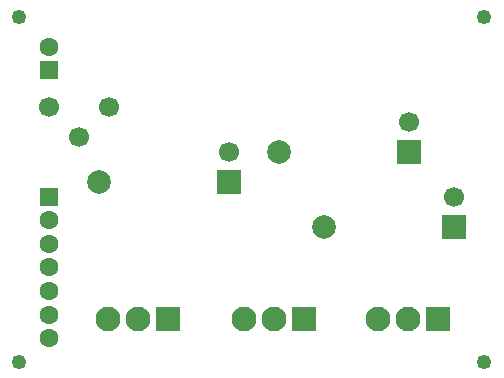
<source format=gts>
G04 DipTrace 3.2.0.1*
G04 TopMask.gts*
%MOIN*%
G04 #@! TF.FileFunction,Soldermask,Top*
G04 #@! TF.Part,Single*
%ADD24C,0.049213*%
%ADD29C,0.066929*%
%ADD31C,0.082677*%
%ADD33R,0.082677X0.082677*%
%ADD35C,0.07874*%
%ADD36C,0.062992*%
%ADD37R,0.07874X0.07874*%
%ADD38R,0.062992X0.062992*%
%FSLAX26Y26*%
G04*
G70*
G90*
G75*
G01*
G04 TopMask*
%LPD*%
D38*
X593701Y1464961D3*
D36*
Y1543701D3*
D37*
X1193701Y1093701D3*
D35*
X758661D3*
D37*
X1793701Y1193701D3*
D35*
X1358661D3*
D37*
X1943701Y943701D3*
D35*
X1508661D3*
D38*
X593701Y1043701D3*
D36*
Y964961D3*
Y886220D3*
Y807480D3*
Y728740D3*
Y650000D3*
Y571260D3*
D24*
X2043701Y1643701D3*
X493701D3*
Y493701D3*
X2043701D3*
D33*
X990530Y637121D3*
D31*
X890530D3*
X790530D3*
D33*
X1441282Y636369D3*
D31*
X1341282D3*
X1241282D3*
D33*
X1890530Y635241D3*
D31*
X1790530D3*
X1690530D3*
D29*
X1943701Y1043701D3*
X1793701Y1293701D3*
X1193701Y1193701D3*
X793701Y1343701D3*
X693701Y1243701D3*
X593701Y1343701D3*
M02*

</source>
